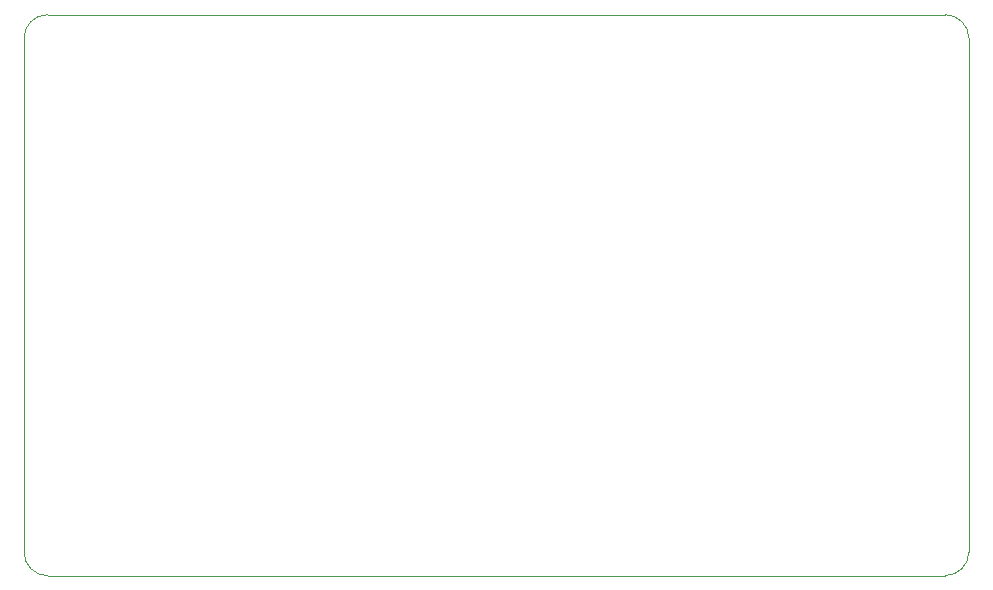
<source format=gbr>
%TF.GenerationSoftware,KiCad,Pcbnew,8.0.5*%
%TF.CreationDate,2024-11-10T21:17:35+07:00*%
%TF.ProjectId,PCB_MASTER,5043425f-4d41-4535-9445-522e6b696361,rev?*%
%TF.SameCoordinates,Original*%
%TF.FileFunction,Profile,NP*%
%FSLAX46Y46*%
G04 Gerber Fmt 4.6, Leading zero omitted, Abs format (unit mm)*
G04 Created by KiCad (PCBNEW 8.0.5) date 2024-11-10 21:17:35*
%MOMM*%
%LPD*%
G01*
G04 APERTURE LIST*
%TA.AperFunction,Profile*%
%ADD10C,0.050000*%
%TD*%
G04 APERTURE END LIST*
D10*
X171999999Y-64499999D02*
G75*
G02*
X174000001Y-66500000I1J-2000001D01*
G01*
X174000001Y-109999999D02*
G75*
G02*
X172000000Y-112000001I-2000001J-1D01*
G01*
X174000001Y-109999999D02*
X174000000Y-66500000D01*
X93999999Y-66500001D02*
G75*
G02*
X96000000Y-64499999I2000001J1D01*
G01*
X96000000Y-112000001D02*
X172000000Y-112000000D01*
X96000000Y-112000001D02*
G75*
G02*
X93999999Y-110000000I0J2000001D01*
G01*
X171999999Y-64499999D02*
X96000000Y-64500000D01*
X93999999Y-66500001D02*
X93999999Y-110000000D01*
M02*

</source>
